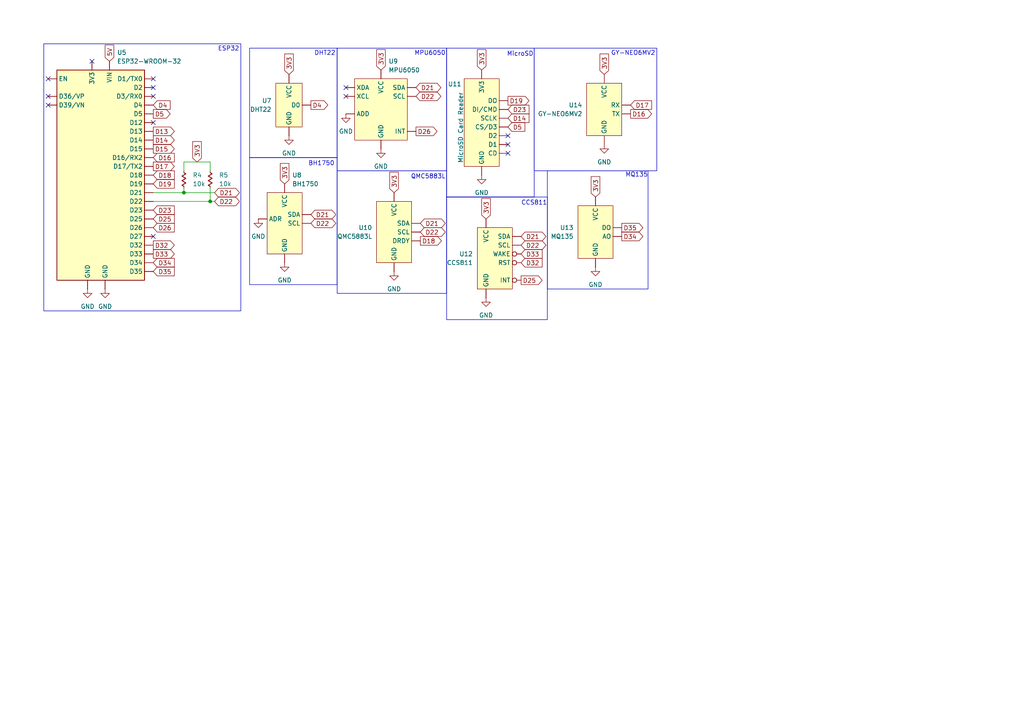
<source format=kicad_sch>
(kicad_sch (version 20231120) (generator "eeschema") (generator_version "8.0")
  (paper "A4")
  (title_block (title "ESP32-WROOM-32") (company "SafeHat-WorkNet"))
  (lib_symbols
    (symbol "MCU_Espressif_Simple:ESP32-WROOM-32" (exclude_from_sim yes)
      (property "Reference" "U" (at 10.414 -27.178 0))
      (property "Value" "ESP32-WROOM-32" (at 11.176 -29.718 0))
      (symbol "ESP32-WROOM-32_0_1"
        (rectangle (start -12.7 35.56) (end 12.7 -25.4) (stroke (width 0.254)) (fill (type background)))
      )
      (symbol "ESP32-WROOM-32_1_1"
        (pin power_out line (at -2.54 38.1 270) (length 2.54) (name "3V3") (number ""))
        (pin bidirectional line (at 15.24 33.02 180) (length 2.54) (name "D1/TX0") (number ""))
        (pin bidirectional line (at 15.24 20.32 180) (length 2.54) (name "D12") (number ""))
        (pin bidirectional line (at 15.24 17.78 180) (length 2.54) (name "D13") (number ""))
        (pin bidirectional line (at 15.24 15.24 180) (length 2.54) (name "D14") (number ""))
        (pin bidirectional line (at 15.24 12.7 180) (length 2.54) (name "D15") (number ""))
        (pin bidirectional line (at 15.24 10.16 180) (length 2.54) (name "D16/RX2") (number ""))
        (pin bidirectional line (at 15.24 7.62 180) (length 2.54) (name "D17/TX2") (number ""))
        (pin bidirectional line (at 15.24 5.08 180) (length 2.54) (name "D18") (number ""))
        (pin bidirectional line (at 15.24 2.54 180) (length 2.54) (name "D19") (number ""))
        (pin bidirectional line (at 15.24 30.48 180) (length 2.54) (name "D2") (number ""))
        (pin bidirectional line (at 15.24 0 180) (length 2.54) (name "D21") (number ""))
        (pin bidirectional line (at 15.24 -2.54 180) (length 2.54) (name "D22") (number ""))
        (pin bidirectional line (at 15.24 -5.08 180) (length 2.54) (name "D23") (number ""))
        (pin bidirectional line (at 15.24 -7.62 180) (length 2.54) (name "D25") (number ""))
        (pin bidirectional line (at 15.24 -10.16 180) (length 2.54) (name "D26") (number ""))
        (pin bidirectional line (at 15.24 -12.7 180) (length 2.54) (name "D27") (number ""))
        (pin bidirectional line (at 15.24 27.94 180) (length 2.54) (name "D3/RX0") (number ""))
        (pin bidirectional line (at 15.24 -15.24 180) (length 2.54) (name "D32") (number ""))
        (pin bidirectional line (at 15.24 -17.78 180) (length 2.54) (name "D33") (number ""))
        (pin input line (at 15.24 -20.32 180) (length 2.54) (name "D34") (number ""))
        (pin input line (at 15.24 -22.86 180) (length 2.54) (name "D35") (number ""))
        (pin input line (at -15.24 27.94 0) (length 2.54) (name "D36/VP") (number ""))
        (pin input line (at -15.24 25.4 0) (length 2.54) (name "D39/VN") (number ""))
        (pin bidirectional line (at 15.24 25.4 180) (length 2.54) (name "D4") (number ""))
        (pin bidirectional line (at 15.24 22.86 180) (length 2.54) (name "D5") (number ""))
        (pin input line (at -15.24 33.02 0) (length 2.54) (name "EN") (number ""))
        (pin power_in line (at -3.81 -27.94 90) (length 2.54) (name "GND") (number ""))
        (pin power_in line (at 1.27 -27.94 90) (length 2.54) (name "GND") (number ""))
        (pin power_in line (at 2.54 38.1 270) (length 2.54) (name "VIN") (number ""))
      )
    )
    (symbol "PCM_Generic-50:R,IEEE" (pin_numbers hide) (pin_names (offset 0) hide)
      (property "Reference" "R" (at 1.27 1.27 0))
      (property "Value" "R,IEEE" (at 1.27 -1.27 0))
      (symbol "R,IEEE_1_1"
        (polyline (pts (xy 0 1.9812) (xy 0.5588 1.651) (xy -0.5588 0.9906) (xy 0.5588 0.3302) (xy -0.5588 -0.3302) (xy 0.5588 -0.9906) (xy -0.5588 -1.651) (xy 0 -1.9812)) (stroke (width 0.254)))
        (pin passive line (at 0 2.54 270) (length 0.5588) (name "+") (number "1"))
        (pin passive line (at 0 -2.54 90) (length 0.5588) (name "-") (number "2"))
      )
    )
    (symbol "Sensors:BH1750"
      (property "Reference" "U" (at 10.922 -13.97 0))
      (property "Value" "BH1750" (at 11.684 -10.414 0))
      (symbol "BH1750_0_1"
        (rectangle (start -5.08 7.62) (end 5.08 -10.16) (fill (type background)))
      )
      (symbol "BH1750_1_1"
        (pin input line (at -7.62 0 0) (length 2.54) (name "ADR") (number ""))
        (pin power_in line (at 0 -12.7 90) (length 2.54) (name "GND") (number ""))
        (pin bidirectional line (at 7.62 -1.27 180) (length 2.54) (name "SCL") (number ""))
        (pin bidirectional line (at 7.62 1.27 180) (length 2.54) (name "SDA") (number ""))
        (pin power_in line (at 0 10.16 270) (length 2.54) (name "VCC") (number ""))
      )
    )
    (symbol "Sensors:CCS811"
      (property "Reference" "U" (at 10.922 -9.906 0))
      (property "Value" "CCS811" (at 11.938 -13.716 0))
      (symbol "CCS811_0_1"
        (rectangle (start -2.54 7.62) (end 7.62 -10.16) (fill (type background)))
      )
      (symbol "CCS811_1_1"
        (pin power_in line (at 0 -12.7 90) (length 2.54) (name "GND") (number ""))
        (pin output inverted (at 10.16 -7.62 180) (length 2.54) (name "INT") (number ""))
        (pin input inverted (at 10.16 -2.54 180) (length 2.54) (name "RST") (number ""))
        (pin bidirectional line (at 10.16 2.54 180) (length 2.54) (name "SCL") (number ""))
        (pin bidirectional line (at 10.16 5.08 180) (length 2.54) (name "SDA") (number ""))
        (pin power_in line (at 0 10.16 270) (length 2.54) (name "VCC") (number ""))
        (pin input inverted (at 10.16 0 180) (length 2.54) (name "WAKE") (number ""))
      )
    )
    (symbol "Sensors:DHT22"
      (property "Reference" "U" (at 5.842 -4.826 0))
      (property "Value" "DHT22" (at 6.35 -7.112 0))
      (symbol "DHT22_0_1"
        (rectangle (start -3.81 7.62) (end 3.81 -5.08) (fill (type background)))
      )
      (symbol "DHT22_1_1"
        (pin output line (at 6.35 1.27 180) (length 2.54) (name "D0") (number ""))
        (pin power_in line (at 0 -7.62 90) (length 2.54) (name "GND") (number ""))
        (pin power_in line (at 0 10.16 270) (length 2.54) (name "VCC") (number ""))
      )
    )
    (symbol "Sensors:GY-NEO6MV2"
      (property "Reference" "U" (at 8.128 9.144 0))
      (property "Value" "GY-NEO6MV2" (at 12.954 -8.89 0))
      (symbol "GY-NEO6MV2_0_1"
        (rectangle (start -5.08 7.62) (end 5.08 -7.62) (fill (type background)))
      )
      (symbol "GY-NEO6MV2_1_1"
        (pin power_in line (at 0 -10.16 90) (length 2.54) (name "GND") (number ""))
        (pin input line (at 7.62 1.27 180) (length 2.54) (name "RX") (number ""))
        (pin output line (at 7.62 -1.27 180) (length 2.54) (name "TX") (number ""))
        (pin power_in line (at 0 10.16 270) (length 2.54) (name "VCC") (number ""))
      )
    )
    (symbol "Sensors:MPU6050"
      (property "Reference" "U" (at 15.748 -14.478 0))
      (property "Value" "MPU6050" (at 16.51 -11.43 0))
      (symbol "MPU6050_0_1"
        (rectangle (start -7.62 10.16) (end 7.62 -7.62) (fill (type background)))
      )
      (symbol "MPU6050_1_1"
        (pin input line (at -10.16 0 0) (length 2.54) (name "ADD") (number ""))
        (pin power_in line (at 0 -10.16 90) (length 2.54) (name "GND") (number ""))
        (pin input line (at 10.16 -5.08 180) (length 2.54) (name "INT") (number ""))
        (pin bidirectional line (at 10.16 5.08 180) (length 2.54) (name "SCL") (number ""))
        (pin bidirectional line (at 10.16 7.62 180) (length 2.54) (name "SDA") (number ""))
        (pin power_in line (at 0 12.7 270) (length 2.54) (name "VCC") (number ""))
        (pin bidirectional line (at -10.16 5.08 0) (length 2.54) (name "XCL") (number ""))
        (pin bidirectional line (at -10.16 7.62 0) (length 2.54) (name "XDA") (number ""))
      )
    )
    (symbol "Sensors:MQ135"
      (property "Reference" "U" (at 5.842 8.89 0))
      (property "Value" "MQ135" (at 10.668 -8.128 0))
      (symbol "MQ135_0_1"
        (rectangle (start -5.08 7.62) (end 5.08 -7.62) (fill (type background)))
      )
      (symbol "MQ135_1_1"
        (pin output line (at 7.62 -1.27 180) (length 2.54) (name "AO") (number ""))
        (pin output line (at 7.62 1.27 180) (length 2.54) (name "DO") (number ""))
        (pin power_in line (at 0 -10.16 90) (length 2.54) (name "GND") (number ""))
        (pin power_in line (at 0 10.16 270) (length 2.54) (name "VCC") (number ""))
      )
    )
    (symbol "Sensors:MicroSD_Card_Reader"
      (property "Reference" "U" (at 11.176 -17.78 0))
      (property "Value" "MicroSD Card Reader" (at 12.446 -19.812 0))
      (symbol "MicroSD_Card_Reader_0_1"
        (rectangle (start -5.08 7.62) (end 5.08 -17.78) (fill (type background)))
      )
      (symbol "MicroSD_Card_Reader_1_1"
        (pin power_in line (at 0 10.16 270) (length 2.54) (name "3V3") (number ""))
        (pin input line (at 7.62 -13.97 180) (length 2.54) (name "CD") (number ""))
        (pin input line (at 7.62 -6.35 180) (length 2.54) (name "CS/D3") (number ""))
        (pin input line (at 7.62 -11.43 180) (length 2.54) (name "D1") (number ""))
        (pin input line (at 7.62 -8.89 180) (length 2.54) (name "D2") (number ""))
        (pin input line (at 7.62 -1.27 180) (length 2.54) (name "DI/CMD") (number ""))
        (pin output line (at 7.62 1.27 180) (length 2.54) (name "DO") (number ""))
        (pin power_in line (at 0 -20.32 90) (length 2.54) (name "GND") (number ""))
        (pin input line (at 7.62 -3.81 180) (length 2.54) (name "SCLK") (number ""))
      )
    )
    (symbol "Sensors:QMC5883L"
      (property "Reference" "U" (at 8.89 -9.652 0))
      (property "Value" "QMC5883L" (at 7.874 -11.684 0))
      (symbol "QMC5883L_0_1"
        (rectangle (start -5.08 10.16) (end 5.08 -7.62) (fill (type background)))
      )
      (symbol "QMC5883L_1_1"
        (pin output line (at 7.62 -1.27 180) (length 2.54) (name "DRDY") (number ""))
        (pin power_in line (at 0 -10.16 90) (length 2.54) (name "GND") (number ""))
        (pin bidirectional line (at 7.62 1.27 180) (length 2.54) (name "SCL") (number ""))
        (pin bidirectional line (at 7.62 3.81 180) (length 2.54) (name "SDA") (number ""))
        (pin power_in line (at 0 12.7 270) (length 2.54) (name "VCC") (number ""))
      )
    )
    (symbol "power:GND" (power) (pin_numbers hide) (pin_names (offset 0) hide)
      (property "Value" "GND" (at 0 -3.81 0))
      (symbol "GND_0_1"
        (polyline (pts (xy 0 0) (xy 0 -1.27) (xy 1.27 -1.27) (xy 0 -2.54) (xy -1.27 -1.27) (xy 0 -1.27)))
      )
      (symbol "GND_1_1"
        (pin power_in line (at 0 0 270) (length 0) (name "~") (number "1"))
      )
    )
  )
  (junction (at 60.96 58.42))
  (junction (at 53.34 55.88))
  (no_connect (at 13.97 30.48))
  (no_connect (at 44.45 25.4))
  (no_connect (at 100.33 27.94))
  (no_connect (at 44.45 27.94))
  (no_connect (at 100.33 25.4))
  (no_connect (at 13.97 27.94))
  (no_connect (at 147.32 44.45))
  (no_connect (at 147.32 41.91))
  (no_connect (at 44.45 35.56))
  (no_connect (at 26.67 17.78))
  (no_connect (at 44.45 68.58))
  (no_connect (at 44.45 22.86))
  (no_connect (at 13.97 22.86))
  (no_connect (at 147.32 39.37))
  (wire (pts (xy 53.34 46.99) (xy 60.96 46.99)))
  (wire (pts (xy 60.96 54.61) (xy 60.96 58.42)))
  (wire (pts (xy 53.34 49.53) (xy 53.34 46.99)))
  (wire (pts (xy 60.96 49.53) (xy 60.96 46.99)))
  (wire (pts (xy 60.96 58.42) (xy 62.23 58.42)))
  (wire (pts (xy 62.23 55.88) (xy 53.34 55.88)))
  (wire (pts (xy 60.96 58.42) (xy 44.45 58.42)))
  (wire (pts (xy 53.34 55.88) (xy 44.45 55.88)))
  (wire (pts (xy 53.34 54.61) (xy 53.34 55.88)))
  (rectangle (start 97.79 49.53) (end 129.54 85.09))
  (rectangle (start 129.54 57.15) (end 158.75 92.71))
  (rectangle (start 72.39 45.72) (end 97.79 82.55))
  (rectangle (start 154.94 13.97) (end 190.5 49.53))
  (rectangle (start 97.79 13.97) (end 129.54 49.53))
  (rectangle (start 129.54 13.97) (end 154.94 57.15))
  (rectangle (start 12.7 12.7) (end 69.85 90.17))
  (rectangle (start 72.39 13.97) (end 97.79 45.72))
  (rectangle (start 158.75 49.53) (end 187.96 83.82))
  (text "CCS811" (at 154.94 58.928 0) (effects (font (size 1.27 1.27))))
  (text "MQ135" (at 184.658 50.8 0) (effects (font (size 1.27 1.27))))
  (text "MPU6050" (at 124.714 15.494 0) (effects (font (size 1.27 1.27))))
  (text "GY-NEO6MV2" (at 183.642 15.494 0) (effects (font (size 1.27 1.27))))
  (text "MicroSD" (at 150.876 15.748 0) (effects (font (size 1.27 1.27))))
  (text "BH1750" (at 93.218 47.498 0) (effects (font (size 1.27 1.27))))
  (text "ESP32" (at 66.294 14.224 0) (effects (font (size 1.27 1.27))))
  (text "QMC5883L" (at 124.206 51.308 0) (effects (font (size 1.27 1.27))))
  (text "DHT22" (at 94.234 15.494 0) (effects (font (size 1.27 1.27))))
  (global_label "3V3" (shape input) (at 57.15 46.99 90) (property "Intersheetrefs" "${INTERSHEET_REFS}" (effects (hide yes))))
  (global_label "3V3" (shape input) (at 83.82 21.59 90) (property "Intersheetrefs" "${INTERSHEET_REFS}" (effects (hide yes))))
  (global_label "D15" (shape output) (at 44.45 43.18 0) (property "Intersheetrefs" "${INTERSHEET_REFS}" (effects (hide yes))))
  (global_label "D35" (shape input) (at 44.45 78.74 0) (property "Intersheetrefs" "${INTERSHEET_REFS}" (effects (hide yes))))
  (global_label "D16" (shape input) (at 44.45 45.72 0) (property "Intersheetrefs" "${INTERSHEET_REFS}" (effects (hide yes))))
  (global_label "D26" (shape input) (at 44.45 66.04 0) (property "Intersheetrefs" "${INTERSHEET_REFS}" (effects (hide yes))))
  (global_label "D32" (shape output) (at 44.45 71.12 0) (property "Intersheetrefs" "${INTERSHEET_REFS}" (effects (hide yes))))
  (global_label "D22" (shape bidirectional) (at 121.92 67.31 0) (property "Intersheetrefs" "${INTERSHEET_REFS}" (effects (hide yes))))
  (global_label "D19" (shape output) (at 147.32 29.21 0) (property "Intersheetrefs" "${INTERSHEET_REFS}" (effects (hide yes))))
  (global_label "D22" (shape bidirectional) (at 90.17 64.77 0) (property "Intersheetrefs" "${INTERSHEET_REFS}" (effects (hide yes))))
  (global_label "D35" (shape output) (at 180.34 66.04 0) (property "Intersheetrefs" "${INTERSHEET_REFS}" (effects (hide yes))))
  (global_label "3V3" (shape input) (at 110.49 20.32 90) (property "Intersheetrefs" "${INTERSHEET_REFS}" (effects (hide yes))))
  (global_label "D4" (shape input) (at 44.45 30.48 0) (property "Intersheetrefs" "${INTERSHEET_REFS}" (effects (hide yes))))
  (global_label "D5" (shape input) (at 147.32 36.83 0) (property "Intersheetrefs" "${INTERSHEET_REFS}" (effects (hide yes))))
  (global_label "3V3" (shape input) (at 114.3 55.88 90) (property "Intersheetrefs" "${INTERSHEET_REFS}" (effects (hide yes))))
  (global_label "3V3" (shape input) (at 175.26 21.59 90) (property "Intersheetrefs" "${INTERSHEET_REFS}" (effects (hide yes))))
  (global_label "D22" (shape bidirectional) (at 62.23 58.42 0) (property "Intersheetrefs" "${INTERSHEET_REFS}" (effects (hide yes))))
  (global_label "D18" (shape input) (at 44.45 50.8 0) (property "Intersheetrefs" "${INTERSHEET_REFS}" (effects (hide yes))))
  (global_label "3V3" (shape input) (at 172.72 57.15 90) (property "Intersheetrefs" "${INTERSHEET_REFS}" (effects (hide yes))))
  (global_label "D34" (shape input) (at 44.45 76.2 0) (property "Intersheetrefs" "${INTERSHEET_REFS}" (effects (hide yes))))
  (global_label "D33" (shape input) (at 151.13 73.66 0) (property "Intersheetrefs" "${INTERSHEET_REFS}" (effects (hide yes))))
  (global_label "D17" (shape output) (at 44.45 48.26 0) (property "Intersheetrefs" "${INTERSHEET_REFS}" (effects (hide yes))))
  (global_label "D21" (shape bidirectional) (at 121.92 64.77 0) (property "Intersheetrefs" "${INTERSHEET_REFS}" (effects (hide yes))))
  (global_label "D4" (shape output) (at 90.17 30.48 0) (property "Intersheetrefs" "${INTERSHEET_REFS}" (effects (hide yes))))
  (global_label "D25" (shape input) (at 44.45 63.5 0) (property "Intersheetrefs" "${INTERSHEET_REFS}" (effects (hide yes))))
  (global_label "D32" (shape input) (at 151.13 76.2 0) (property "Intersheetrefs" "${INTERSHEET_REFS}" (effects (hide yes))))
  (global_label "D19" (shape input) (at 44.45 53.34 0) (property "Intersheetrefs" "${INTERSHEET_REFS}" (effects (hide yes))))
  (global_label "D13" (shape output) (at 44.45 38.1 0) (property "Intersheetrefs" "${INTERSHEET_REFS}" (effects (hide yes))))
  (global_label "D21" (shape bidirectional) (at 62.23 55.88 0) (property "Intersheetrefs" "${INTERSHEET_REFS}" (effects (hide yes))))
  (global_label "D17" (shape input) (at 182.88 30.48 0) (property "Intersheetrefs" "${INTERSHEET_REFS}" (effects (hide yes))))
  (global_label "D25" (shape output) (at 151.13 81.28 0) (property "Intersheetrefs" "${INTERSHEET_REFS}" (effects (hide yes))))
  (global_label "D21" (shape bidirectional) (at 151.13 68.58 0) (property "Intersheetrefs" "${INTERSHEET_REFS}" (effects (hide yes))))
  (global_label "D22" (shape bidirectional) (at 151.13 71.12 0) (property "Intersheetrefs" "${INTERSHEET_REFS}" (effects (hide yes))))
  (global_label "D21" (shape bidirectional) (at 120.65 25.4 0) (property "Intersheetrefs" "${INTERSHEET_REFS}" (effects (hide yes))))
  (global_label "D18" (shape output) (at 121.92 69.85 0) (property "Intersheetrefs" "${INTERSHEET_REFS}" (effects (hide yes))))
  (global_label "D14" (shape output) (at 44.45 40.64 0) (property "Intersheetrefs" "${INTERSHEET_REFS}" (effects (hide yes))))
  (global_label "D23" (shape input) (at 44.45 60.96 0) (property "Intersheetrefs" "${INTERSHEET_REFS}" (effects (hide yes))))
  (global_label "D5" (shape output) (at 44.45 33.02 0) (property "Intersheetrefs" "${INTERSHEET_REFS}" (effects (hide yes))))
  (global_label "D33" (shape output) (at 44.45 73.66 0) (property "Intersheetrefs" "${INTERSHEET_REFS}" (effects (hide yes))))
  (global_label "5V" (shape input) (at 31.75 17.78 90) (property "Intersheetrefs" "${INTERSHEET_REFS}" (effects (hide yes))))
  (global_label "3V3" (shape input) (at 82.55 53.34 90) (property "Intersheetrefs" "${INTERSHEET_REFS}" (effects (hide yes))))
  (global_label "D34" (shape output) (at 180.34 68.58 0) (property "Intersheetrefs" "${INTERSHEET_REFS}" (effects (hide yes))))
  (global_label "D26" (shape output) (at 120.65 38.1 0) (property "Intersheetrefs" "${INTERSHEET_REFS}" (effects (hide yes))))
  (global_label "D16" (shape output) (at 182.88 33.02 0) (property "Intersheetrefs" "${INTERSHEET_REFS}" (effects (hide yes))))
  (global_label "3V3" (shape input) (at 140.97 63.5 90) (property "Intersheetrefs" "${INTERSHEET_REFS}" (effects (hide yes))))
  (global_label "D22" (shape bidirectional) (at 120.65 27.94 0) (property "Intersheetrefs" "${INTERSHEET_REFS}" (effects (hide yes))))
  (global_label "D14" (shape input) (at 147.32 34.29 0) (property "Intersheetrefs" "${INTERSHEET_REFS}" (effects (hide yes))))
  (global_label "D23" (shape input) (at 147.32 31.75 0) (property "Intersheetrefs" "${INTERSHEET_REFS}" (effects (hide yes))))
  (global_label "3V3" (shape input) (at 139.7 20.32 90) (property "Intersheetrefs" "${INTERSHEET_REFS}" (effects (hide yes))))
  (global_label "D21" (shape bidirectional) (at 90.17 62.23 0) (property "Intersheetrefs" "${INTERSHEET_REFS}" (effects (hide yes))))
  (symbol (lib_id "Sensors:MPU6050") (at 110.49 33.02 0) (unit 1)
    (property "Reference" "U9" (at 112.6841 17.78 0) (effects (justify left)))
    (property "Value" "MPU6050" (at 112.6841 20.32 0) (effects (justify left)))
  )
  (symbol (lib_id "power:GND") (at 175.26 41.91 0) (unit 1)
    (property "Reference" "#PWR022" (effects (hide yes)))
    (property "Value" "GND" (at 175.26 46.99 0))
    (property "Description" "Power symbol creates a global label with name \"GND\" , ground" (effects (hide yes)))
  )
  (symbol (lib_id "power:GND") (at 100.33 33.02 0) (unit 1)
    (property "Reference" "#PWR015" (effects (hide yes)))
    (property "Value" "GND" (at 100.33 38.1 0))
    (property "Description" "Power symbol creates a global label with name \"GND\" , ground" (effects (hide yes)))
  )
  (symbol (lib_id "Sensors:QMC5883L") (at 114.3 68.58 0) (unit 1)
    (property "Reference" "U10" (at 107.95 66.0399 0) (effects (justify right)))
    (property "Value" "QMC5883L" (at 107.95 68.5799 0) (effects (justify right)))
  )
  (symbol (lib_id "Sensors:DHT22") (at 83.82 31.75 0) (unit 1)
    (property "Reference" "U7" (at 78.74 29.2099 0) (effects (justify right)))
    (property "Value" "DHT22" (at 78.74 31.7499 0) (effects (justify right)))
  )
  (symbol (lib_id "Sensors:CCS811") (at 140.97 73.66 0) (unit 1)
    (property "Reference" "U12" (at 137.16 73.6599 0) (effects (justify right)))
    (property "Value" "CCS811" (at 137.16 76.1999 0) (effects (justify right)))
  )
  (symbol (lib_id "MCU_Espressif_Simple:ESP32-WROOM-32") (at 29.21 55.88 0) (unit 1) (exclude_from_sim yes)
    (property "Reference" "U5" (at 33.9441 15.24 0) (effects (justify left)))
    (property "Value" "ESP32-WROOM-32" (at 33.9441 17.78 0) (effects (justify left)))
  )
  (symbol (lib_id "power:GND") (at 83.82 39.37 0) (unit 1)
    (property "Reference" "#PWR013" (effects (hide yes)))
    (property "Value" "GND" (at 83.82 44.45 0))
    (property "Description" "Power symbol creates a global label with name \"GND\" , ground" (effects (hide yes)))
  )
  (symbol (lib_id "Sensors:MQ135") (at 172.72 67.31 0) (unit 1)
    (property "Reference" "U13" (at 166.37 66.0399 0) (effects (justify right)))
    (property "Value" "MQ135" (at 166.37 68.5799 0) (effects (justify right)))
  )
  (symbol (lib_id "power:GND") (at 172.72 77.47 0) (unit 1)
    (property "Reference" "#PWR021" (effects (hide yes)))
    (property "Value" "GND" (at 172.72 82.55 0))
    (property "Description" "Power symbol creates a global label with name \"GND\" , ground" (effects (hide yes)))
  )
  (symbol (lib_id "power:GND") (at 82.55 76.2 0) (unit 1)
    (property "Reference" "#PWR016" (effects (hide yes)))
    (property "Value" "GND" (at 82.55 81.28 0))
    (property "Description" "Power symbol creates a global label with name \"GND\" , ground" (effects (hide yes)))
  )
  (symbol (lib_id "power:GND") (at 139.7 50.8 0) (unit 1)
    (property "Reference" "#PWR019" (effects (hide yes)))
    (property "Value" "GND" (at 139.7 55.88 0))
    (property "Description" "Power symbol creates a global label with name \"GND\" , ground" (effects (hide yes)))
  )
  (symbol (lib_id "Sensors:BH1750") (at 82.55 63.5 0) (unit 1)
    (property "Reference" "U8" (at 84.7441 50.8 0) (effects (justify left)))
    (property "Value" "BH1750" (at 84.7441 53.34 0) (effects (justify left)))
  )
  (symbol (lib_id "power:GND") (at 74.93 63.5 0) (unit 1)
    (property "Reference" "#PWR017" (effects (hide yes)))
    (property "Value" "GND" (at 74.93 68.58 0))
    (property "Description" "Power symbol creates a global label with name \"GND\" , ground" (effects (hide yes)))
  )
  (symbol (lib_id "Sensors:GY-NEO6MV2") (at 175.26 31.75 0) (unit 1)
    (property "Reference" "U14" (at 168.91 30.4799 0) (effects (justify right)))
    (property "Value" "GY-NEO6MV2" (at 168.91 33.0199 0) (effects (justify right)))
  )
  (symbol (lib_id "power:GND") (at 110.49 43.18 0) (unit 1)
    (property "Reference" "#PWR014" (effects (hide yes)))
    (property "Value" "GND" (at 110.49 48.26 0))
    (property "Description" "Power symbol creates a global label with name \"GND\" , ground" (effects (hide yes)))
  )
  (symbol (lib_id "power:GND") (at 30.48 83.82 0) (unit 1)
    (property "Reference" "#PWR05" (effects (hide yes)))
    (property "Value" "GND" (at 30.48 88.9 0))
    (property "Description" "Power symbol creates a global label with name \"GND\" , ground" (effects (hide yes)))
  )
  (symbol (lib_id "PCM_Generic-50:R,IEEE") (at 60.96 52.07 180) (unit 1)
    (property "Reference" "R5" (at 63.5 50.7999 0) (effects (justify right)))
    (property "Value" "10k" (at 63.5 53.3399 0) (effects (justify right)))
    (property "Description" "resistor (IEEE zigzag)" (effects (hide yes)))
    (property "Indicator" "+" (effects (hide yes)))
  )
  (symbol (lib_id "Sensors:MicroSD_Card_Reader") (at 139.7 30.48 0) (unit 1)
    (property "Reference" "U11" (at 133.858 24.384 0) (effects (justify right)))
    (property "Value" "MicroSD Card Reader" (at 133.604 26.67 90) (effects (justify right)))
  )
  (symbol (lib_id "power:GND") (at 140.97 86.36 0) (unit 1)
    (property "Reference" "#PWR020" (effects (hide yes)))
    (property "Value" "GND" (at 140.97 91.44 0))
    (property "Description" "Power symbol creates a global label with name \"GND\" , ground" (effects (hide yes)))
  )
  (symbol (lib_id "power:GND") (at 114.3 78.74 0) (unit 1)
    (property "Reference" "#PWR018" (effects (hide yes)))
    (property "Value" "GND" (at 114.3 83.82 0))
    (property "Description" "Power symbol creates a global label with name \"GND\" , ground" (effects (hide yes)))
  )
  (symbol (lib_id "power:GND") (at 25.4 83.82 0) (unit 1)
    (property "Reference" "#PWR038" (effects (hide yes)))
    (property "Value" "GND" (at 25.4 88.9 0))
    (property "Description" "Power symbol creates a global label with name \"GND\" , ground" (effects (hide yes)))
  )
  (symbol (lib_id "PCM_Generic-50:R,IEEE") (at 53.34 52.07 180) (unit 1)
    (property "Reference" "R4" (at 55.88 50.7999 0) (effects (justify right)))
    (property "Value" "10k" (at 55.88 53.3399 0) (effects (justify right)))
    (property "Description" "resistor (IEEE zigzag)" (effects (hide yes)))
    (property "Indicator" "+" (effects (hide yes)))
  )
)
</source>
